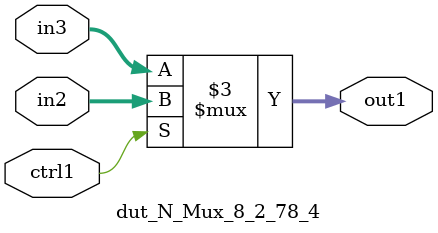
<source format=v>

`timescale 1ps / 1ps


module dut_N_Mux_8_2_78_4( in3, in2, ctrl1, out1 );

    input [7:0] in3;
    input [7:0] in2;
    input ctrl1;
    output [7:0] out1;
    reg [7:0] out1;

    
    // rtl_process:dut_N_Mux_8_2_78_4/dut_N_Mux_8_2_78_4_thread_1
    always @*
      begin : dut_N_Mux_8_2_78_4_thread_1
        case (ctrl1) 
          1'b1: 
            begin
              out1 = in2;
            end
          default: 
            begin
              out1 = in3;
            end
        endcase
      end

endmodule



</source>
